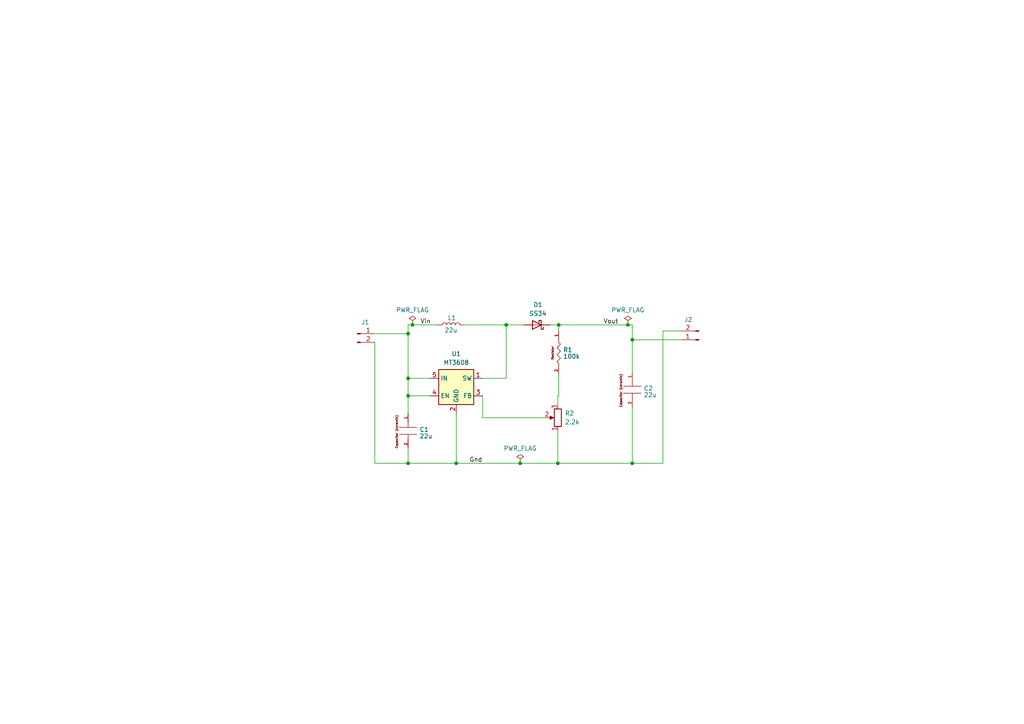
<source format=kicad_sch>
(kicad_sch (version 20231120) (generator "eeschema") (generator_version "8.0")
  (paper "A4")
  (lib_symbols
    (symbol "Capacitor_1:Capacitor"
      (property "Reference" "C" (at 0 3.556 0))
      (symbol "Capacitor_0_1"
        (polyline (pts (xy -1.016 0) (xy -2.54 0)))
        (polyline (pts (xy -1.016 2.54) (xy -1.016 -2.54)))
        (polyline (pts (xy 1.016 0) (xy 2.54 0)))
        (polyline (pts (xy 1.016 2.54) (xy 1.016 -2.54)))
      )
      (symbol "Capacitor_1_1"
        (text "Capacitor (ceramic)" (at 0.254 -3.302 0) (effects (font (size 0.635 0.635))))
        (pin passive line (at -5.08 0 0) (length 2.54) (name "") (number "1"))
        (pin passive line (at 5.08 0 180) (length 2.54) (name "") (number "2"))
      )
    )
    (symbol "Connector:Conn_01x02_Pin" (pin_names (offset 1.016) hide)
      (property "Reference" "J" (at 0 2.54 0))
      (property "Value" "Conn_01x02_Pin" (at 0 -5.08 0))
      (symbol "Conn_01x02_Pin_1_1"
        (polyline (pts (xy 1.27 -2.54) (xy 0.8636 -2.54)) (stroke (width 0.1524)))
        (polyline (pts (xy 1.27 0) (xy 0.8636 0)) (stroke (width 0.1524)))
        (rectangle (start 0.8636 -2.413) (end 0 -2.667) (stroke (width 0.1524)) (fill (type outline)))
        (rectangle (start 0.8636 0.127) (end 0 -0.127) (stroke (width 0.1524)) (fill (type outline)))
        (pin passive line (at 5.08 0 180) (length 3.81) (name "Pin_1") (number "1"))
        (pin passive line (at 5.08 -2.54 180) (length 3.81) (name "Pin_2") (number "2"))
      )
    )
    (symbol "Device:L" (pin_numbers hide) (pin_names (offset 1.016) hide)
      (property "Reference" "L" (at -1.27 0 90))
      (property "Value" "L" (at 1.905 0 90))
      (symbol "L_0_1"
        (arc (start 0 -2.54) (mid 0.6323 -1.905) (end 0 -1.27))
        (arc (start 0 -1.27) (mid 0.6323 -0.635) (end 0 0))
        (arc (start 0 0) (mid 0.6323 0.635) (end 0 1.27))
        (arc (start 0 1.27) (mid 0.6323 1.905) (end 0 2.54))
      )
      (symbol "L_1_1"
        (pin passive line (at 0 3.81 270) (length 1.27) (name "1") (number "1"))
        (pin passive line (at 0 -3.81 90) (length 1.27) (name "2") (number "2"))
      )
    )
    (symbol "Device:R_Potentiometer" (pin_names (offset 1.016) hide)
      (property "Reference" "RV" (at -4.445 0 90))
      (property "Value" "R_Potentiometer" (at -2.54 0 90))
      (symbol "R_Potentiometer_0_1"
        (polyline (pts (xy 2.54 0) (xy 1.524 0)))
        (polyline (pts (xy 1.143 0) (xy 2.286 0.508) (xy 2.286 -0.508) (xy 1.143 0)) (fill (type outline)))
        (rectangle (start 1.016 2.54) (end -1.016 -2.54) (stroke (width 0.254)))
      )
      (symbol "R_Potentiometer_1_1"
        (pin passive line (at 0 3.81 270) (length 1.27) (name "1") (number "1"))
        (pin passive line (at 3.81 0 180) (length 1.27) (name "2") (number "2"))
        (pin passive line (at 0 -3.81 90) (length 1.27) (name "3") (number "3"))
      )
    )
    (symbol "Diode:SS34" (pin_numbers hide) (pin_names (offset 1.016) hide)
      (property "Reference" "D" (at 0 2.54 0))
      (property "Value" "SS34" (at 0 -2.54 0))
      (symbol "SS34_0_1"
        (polyline (pts (xy 1.27 0) (xy -1.27 0)))
        (polyline (pts (xy 1.27 1.27) (xy 1.27 -1.27) (xy -1.27 0) (xy 1.27 1.27)) (stroke (width 0.254)))
        (polyline (pts (xy -1.905 0.635) (xy -1.905 1.27) (xy -1.27 1.27) (xy -1.27 -1.27) (xy -0.635 -1.27) (xy -0.635 -0.635)) (stroke (width 0.254)))
      )
      (symbol "SS34_1_1"
        (pin passive line (at -3.81 0 0) (length 2.54) (name "K") (number "1"))
        (pin passive line (at 3.81 0 180) (length 2.54) (name "A") (number "2"))
      )
    )
    (symbol "Regulator_Switching:MT3608"
      (property "Reference" "U" (at -2.54 8.89 0))
      (property "Value" "MT3608" (at -3.81 6.35 0))
      (symbol "MT3608_0_1"
        (rectangle (start -5.08 5.08) (end 5.08 -5.08) (stroke (width 0.254)) (fill (type background)))
      )
      (symbol "MT3608_1_1"
        (pin passive line (at 7.62 2.54 180) (length 2.54) (name "SW") (number "1"))
        (pin power_in line (at 0 -7.62 90) (length 2.54) (name "GND") (number "2"))
        (pin input line (at 7.62 -2.54 180) (length 2.54) (name "FB") (number "3"))
        (pin input line (at -7.62 -2.54 0) (length 2.54) (name "EN") (number "4"))
        (pin power_in line (at -7.62 2.54 0) (length 2.54) (name "IN") (number "5"))
        (pin no_connect line (at 5.08 0 180) (length 2.54) hide (name "NC") (number "6"))
      )
    )
    (symbol "Resistor_1:Resistor"
      (property "Reference" "R" (at 0 1.524 0))
      (symbol "Resistor_1_1"
        (polyline (pts (xy -3.048 0) (xy -4.318 0)))
        (polyline (pts (xy 3.048 0) (xy 3.81 0)))
        (polyline (pts (xy -3.048 0) (xy -2.54 0.508) (xy -1.524 -0.508) (xy -0.508 0.508) (xy 0.508 -0.508) (xy 1.524 0.508) (xy 2.54 -0.508) (xy 3.048 0)))
        (text "Resistor" (at 0 -1.778 0) (effects (font (size 0.635 0.635))))
        (pin passive line (at -6.35 0 0) (length 2.54) (name "") (number "1"))
        (pin passive line (at 6.35 0 180) (length 2.54) (name "") (number "2"))
      )
    )
    (symbol "power:PWR_FLAG" (power) (pin_numbers hide) (pin_names (offset 0) hide)
      (property "Value" "PWR_FLAG" (at 0 3.81 0))
      (symbol "PWR_FLAG_0_0"
        (pin power_out line (at 0 0 90) (length 0) (name "~") (number "1"))
      )
      (symbol "PWR_FLAG_0_1"
        (polyline (pts (xy 0 0) (xy 0 1.27) (xy -1.016 1.905) (xy 0 2.54) (xy 1.016 1.905) (xy 0 1.27)))
      )
    )
  )
  (junction (at 118.364 96.774))
  (junction (at 118.364 109.728))
  (junction (at 161.798 134.366))
  (junction (at 118.364 114.808))
  (junction (at 146.812 94.234))
  (junction (at 182.118 94.234))
  (junction (at 183.388 98.552))
  (junction (at 118.364 134.366))
  (junction (at 119.634 94.234))
  (junction (at 162.052 94.234))
  (junction (at 183.388 134.366))
  (junction (at 150.876 134.366))
  (junction (at 132.334 134.366))
  (wire (pts (xy 118.364 134.366) (xy 132.334 134.366)))
  (wire (pts (xy 146.812 109.728) (xy 146.812 94.234)))
  (wire (pts (xy 151.892 94.234) (xy 146.812 94.234)))
  (wire (pts (xy 108.712 134.366) (xy 118.364 134.366)))
  (wire (pts (xy 118.364 119.888) (xy 118.364 114.808)))
  (wire (pts (xy 197.612 98.552) (xy 183.388 98.552)))
  (wire (pts (xy 161.798 124.968) (xy 161.798 134.366)))
  (wire (pts (xy 118.364 94.234) (xy 118.364 96.774)))
  (wire (pts (xy 132.334 134.366) (xy 150.876 134.366)))
  (wire (pts (xy 162.052 108.712) (xy 162.052 114.808)))
  (wire (pts (xy 118.364 96.774) (xy 118.364 109.728)))
  (wire (pts (xy 132.334 119.888) (xy 132.334 134.366)))
  (wire (pts (xy 183.388 94.234) (xy 183.388 98.552)))
  (wire (pts (xy 118.364 130.048) (xy 118.364 134.366)))
  (wire (pts (xy 182.118 94.234) (xy 162.052 94.234)))
  (wire (pts (xy 183.388 98.552) (xy 183.388 107.95)))
  (wire (pts (xy 118.364 109.728) (xy 124.714 109.728)))
  (wire (pts (xy 183.388 134.366) (xy 192.278 134.366)))
  (wire (pts (xy 197.612 96.012) (xy 192.278 96.012)))
  (wire (pts (xy 183.388 94.234) (xy 182.118 94.234)))
  (wire (pts (xy 108.712 99.314) (xy 108.712 134.366)))
  (wire (pts (xy 108.712 96.774) (xy 118.364 96.774)))
  (wire (pts (xy 139.954 109.728) (xy 146.812 109.728)))
  (wire (pts (xy 161.798 134.366) (xy 183.388 134.366)))
  (wire (pts (xy 162.052 94.234) (xy 162.052 96.012)))
  (wire (pts (xy 146.812 94.234) (xy 134.62 94.234)))
  (wire (pts (xy 159.512 94.234) (xy 162.052 94.234)))
  (wire (pts (xy 183.388 118.11) (xy 183.388 134.366)))
  (wire (pts (xy 124.714 114.808) (xy 118.364 114.808)))
  (wire (pts (xy 162.052 114.808) (xy 161.798 114.808)))
  (wire (pts (xy 119.634 94.234) (xy 118.364 94.234)))
  (wire (pts (xy 139.954 121.158) (xy 139.954 114.808)))
  (wire (pts (xy 127 94.234) (xy 119.634 94.234)))
  (wire (pts (xy 150.876 134.366) (xy 161.798 134.366)))
  (wire (pts (xy 118.364 114.808) (xy 118.364 109.728)))
  (wire (pts (xy 192.278 96.012) (xy 192.278 134.366)))
  (wire (pts (xy 157.988 121.158) (xy 139.954 121.158)))
  (wire (pts (xy 161.798 114.808) (xy 161.798 117.348)))
  (label "Vin" (at 121.92 94.234 0))
  (label "Vout" (at 175.006 94.234 0))
  (label "Gnd" (at 136.144 134.366 0))
  (symbol (lib_id "power:PWR_FLAG") (at 119.634 94.234 0) (unit 1)
    (property "Reference" "#FLG01" (effects (hide yes)))
    (property "Value" "PWR_FLAG" (at 119.634 89.916 0))
    (property "Description" "Special symbol for telling ERC where power comes from" (effects (hide yes)))
  )
  (symbol (lib_id "Device:L") (at 130.81 94.234 270) (mirror x) (unit 1)
    (property "Reference" "L1" (at 131.064 92.202 90))
    (property "Value" "22u" (at 130.81 95.758 90))
    (property "Footprint" "Inductor_SMD:L_KOHERelec_MDA5030" (effects (hide yes)))
    (property "Description" "Inductor" (effects (hide yes)))
  )
  (symbol (lib_id "Capacitor_1:Capacitor") (at 118.364 124.968 270) (unit 1)
    (property "Reference" "C1" (at 121.666 124.5869 90) (effects (justify left)))
    (property "Value" "22u" (at 121.666 126.492 90) (effects (justify left)))
    (property "Footprint" "Capacitor_SMD:CP_Elec_5x4.5" (effects (hide yes)))
  )
  (symbol (lib_id "Capacitor_1:Capacitor") (at 183.388 113.03 270) (unit 1)
    (property "Reference" "C2" (at 186.69 112.6489 90) (effects (justify left)))
    (property "Value" "22u" (at 186.69 114.554 90) (effects (justify left)))
    (property "Footprint" "Capacitor_SMD:CP_Elec_5x4.5" (effects (hide yes)))
  )
  (symbol (lib_id "Regulator_Switching:MT3608") (at 132.334 112.268 0) (unit 1)
    (property "Reference" "U1" (at 132.334 102.616 0))
    (property "Value" "MT3608" (at 132.334 105.156 0))
    (property "Footprint" "Package_TO_SOT_SMD:SOT-23-6" (effects (hide yes)))
    (property "Datasheet" "https://www.olimex.com/Products/Breadboarding/BB-PWR-3608/resources/MT3608.pdf" (effects (hide yes)))
    (property "Description" "High Efficiency 1.2MHz 2A Step Up Converter, 2-24V Vin, 28V Vout, 4A current limit, 1.2MHz, SOT23-6" (effects (hide yes)))
  )
  (symbol (lib_id "Connector:Conn_01x02_Pin") (at 103.632 96.774 0) (unit 1)
    (property "Reference" "J1" (at 105.918 93.472 0))
    (property "Value" "Conn_01x02_Pin" (effects (hide yes)))
    (property "Footprint" "Connector_PinHeader_2.54mm:PinHeader_1x02_P2.54mm_Vertical" (effects (hide yes)))
    (property "Description" "Generic connector, single row, 01x02, script generated" (effects (hide yes)))
  )
  (symbol (lib_id "Device:R_Potentiometer") (at 161.798 121.158 180) (unit 1)
    (property "Reference" "R2" (at 163.83 119.8879 0) (effects (justify right)))
    (property "Value" "2.2k" (at 163.83 122.4279 0) (effects (justify right)))
    (property "Footprint" "Potentiometer_SMD:Potentiometer_Bourns_3314G_Vertical" (effects (hide yes)))
    (property "Description" "Potentiometer" (effects (hide yes)))
  )
  (symbol (lib_id "power:PWR_FLAG") (at 182.118 94.234 0) (unit 1)
    (property "Reference" "#FLG02" (effects (hide yes)))
    (property "Value" "PWR_FLAG" (at 182.118 89.916 0))
    (property "Description" "Special symbol for telling ERC where power comes from" (effects (hide yes)))
  )
  (symbol (lib_id "Diode:SS34") (at 155.702 94.234 180) (unit 1)
    (property "Reference" "D1" (at 156.0195 88.392 0))
    (property "Value" "SS34" (at 156.0195 90.932 0))
    (property "Footprint" "Diode_SMD:D_SMA" (effects (hide yes)))
    (property "Datasheet" "https://www.vishay.com/docs/88751/ss32.pdf" (effects (hide yes)))
    (property "Description" "40V 3A Schottky Diode, SMA" (effects (hide yes)))
  )
  (symbol (lib_id "Resistor_1:Resistor") (at 162.052 102.362 270) (unit 1)
    (property "Reference" "R1" (at 163.322 101.4729 90) (effects (justify left)))
    (property "Value" "100k" (at 163.322 103.378 90) (effects (justify left)))
    (property "Footprint" "Resistor_SMD:R_1206_3216Metric_Pad1.30x1.75mm_HandSolder" (effects (hide yes)))
  )
  (symbol (lib_id "Connector:Conn_01x02_Pin") (at 202.692 98.552 180) (unit 1)
    (property "Reference" "J2" (at 199.644 92.71 0))
    (property "Value" "Conn_01x02_Pin" (effects (hide yes)))
    (property "Footprint" "Connector_PinHeader_2.54mm:PinHeader_1x02_P2.54mm_Vertical" (effects (hide yes)))
    (property "Description" "Generic connector, single row, 01x02, script generated" (effects (hide yes)))
  )
  (symbol (lib_id "power:PWR_FLAG") (at 150.876 134.366 0) (unit 1)
    (property "Reference" "#FLG03" (effects (hide yes)))
    (property "Value" "PWR_FLAG" (at 150.876 130.048 0))
    (property "Description" "Special symbol for telling ERC where power comes from" (effects (hide yes)))
  )
)
</source>
